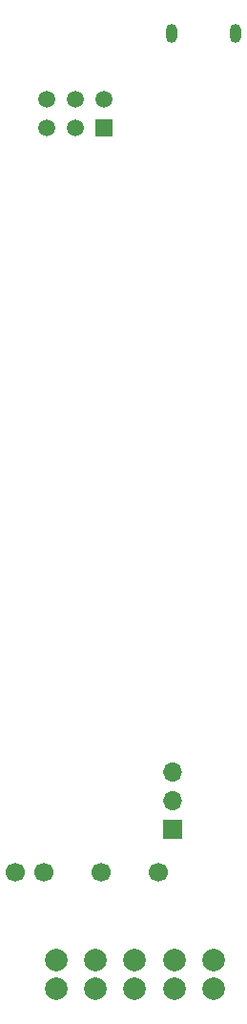
<source format=gbr>
%TF.GenerationSoftware,KiCad,Pcbnew,8.0.7-8.0.7-0~ubuntu24.04.1*%
%TF.CreationDate,2025-01-21T08:38:03+03:00*%
%TF.ProjectId,PM-ESPC3,504d2d45-5350-4433-932e-6b696361645f,rev?*%
%TF.SameCoordinates,Original*%
%TF.FileFunction,Soldermask,Bot*%
%TF.FilePolarity,Negative*%
%FSLAX46Y46*%
G04 Gerber Fmt 4.6, Leading zero omitted, Abs format (unit mm)*
G04 Created by KiCad (PCBNEW 8.0.7-8.0.7-0~ubuntu24.04.1) date 2025-01-21 08:38:03*
%MOMM*%
%LPD*%
G01*
G04 APERTURE LIST*
%ADD10R,1.500000X1.500000*%
%ADD11C,1.500000*%
%ADD12O,1.000000X1.700000*%
%ADD13C,2.000000*%
%ADD14C,1.700000*%
%ADD15R,1.700000X1.700000*%
%ADD16O,1.700000X1.700000*%
G04 APERTURE END LIST*
D10*
%TO.C,SW4*%
X15240000Y36830000D03*
D11*
X12700000Y36830000D03*
X10160000Y36830000D03*
X15240000Y39370000D03*
X12700000Y39370000D03*
X10160000Y39370000D03*
%TD*%
D12*
%TO.C,J1*%
X26955029Y45202208D03*
X21305027Y45202208D03*
%TD*%
D13*
%TO.C,J6*%
X11000000Y-37000000D03*
X14500000Y-37000000D03*
X18000000Y-37000000D03*
X21500000Y-37000000D03*
X25000000Y-37000000D03*
X11000000Y-39500000D03*
X14500000Y-39500000D03*
X18000000Y-39500000D03*
X21500000Y-39500000D03*
X25000000Y-39500000D03*
%TD*%
D14*
%TO.C,PS1*%
X7410000Y-29210000D03*
X9950000Y-29210000D03*
X15030000Y-29210000D03*
X20110000Y-29210000D03*
%TD*%
D15*
%TO.C,J3*%
X21380000Y-25400000D03*
D16*
X21380000Y-22860000D03*
X21380000Y-20320000D03*
%TD*%
M02*

</source>
